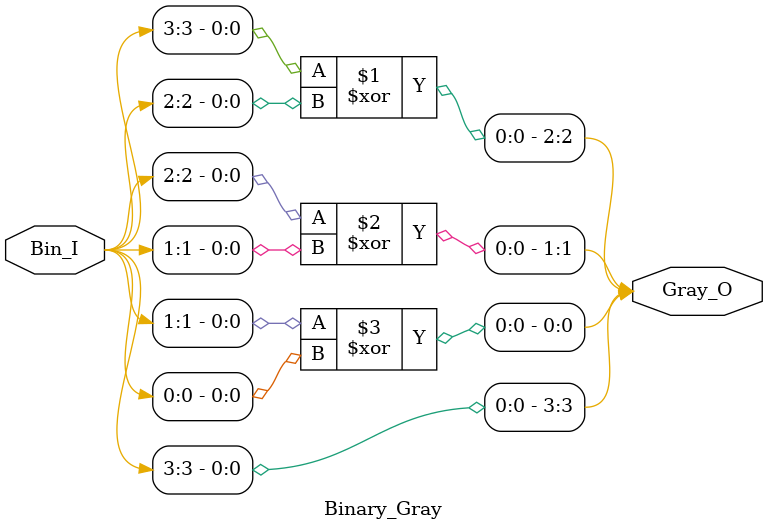
<source format=sv>

module Binary_Gray #(
    parameter WIDTH = 4       // Width of the binary input
) (
    input [WIDTH-1:0] Bin_I,   // Binary input
    output [WIDTH-1:0] Gray_O // Gray Code output
);

    // Combinational logic to convert binary input to Gray Code output
    // Method 1
    //assign Gray_O = Bin_I ^ (Bin_I >> 1);

    // Combinational logic to convert binary input to Gray Code output
    // Method 2
    // The most significant bit (MSB) of Gray code is the same as the MSB of the binary input
    assign Gray_O[WIDTH-1] = Bin_I[WIDTH-1];

    // Generate block to create the Gray code for the remaining bits
    genvar i;
    generate
        for (i = WIDTH-2; i >= 0; i = i-1) begin : gen_gray
            assign Gray_O[i] = Bin_I[i+1] ^ Bin_I[i];
        end
    endgenerate
  
endmodule

</source>
